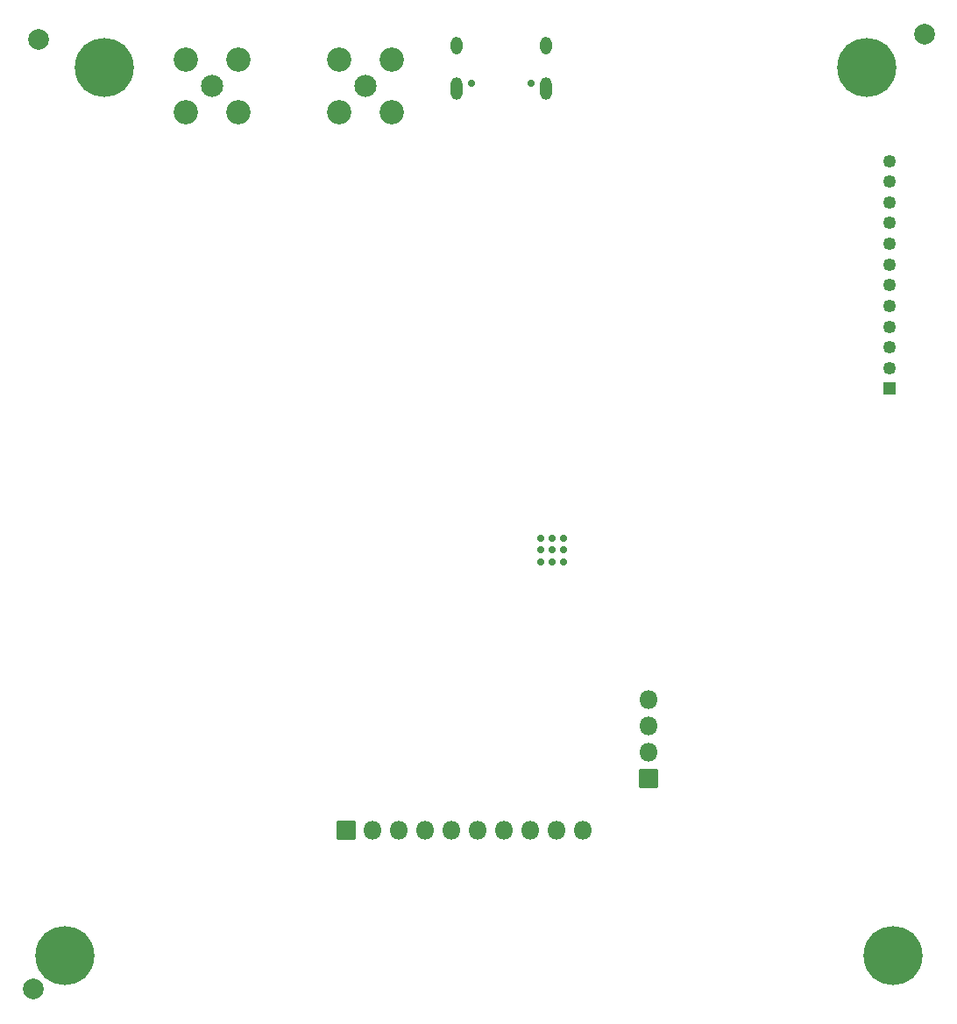
<source format=gbs>
%TF.GenerationSoftware,KiCad,Pcbnew,8.0.8*%
%TF.CreationDate,2025-03-29T21:42:45-04:00*%
%TF.ProjectId,ADCS_board,41444353-5f62-46f6-9172-642e6b696361,v1.2*%
%TF.SameCoordinates,Original*%
%TF.FileFunction,Soldermask,Bot*%
%TF.FilePolarity,Negative*%
%FSLAX46Y46*%
G04 Gerber Fmt 4.6, Leading zero omitted, Abs format (unit mm)*
G04 Created by KiCad (PCBNEW 8.0.8) date 2025-03-29 21:42:45*
%MOMM*%
%LPD*%
G01*
G04 APERTURE LIST*
G04 Aperture macros list*
%AMRoundRect*
0 Rectangle with rounded corners*
0 $1 Rounding radius*
0 $2 $3 $4 $5 $6 $7 $8 $9 X,Y pos of 4 corners*
0 Add a 4 corners polygon primitive as box body*
4,1,4,$2,$3,$4,$5,$6,$7,$8,$9,$2,$3,0*
0 Add four circle primitives for the rounded corners*
1,1,$1+$1,$2,$3*
1,1,$1+$1,$4,$5*
1,1,$1+$1,$6,$7*
1,1,$1+$1,$8,$9*
0 Add four rect primitives between the rounded corners*
20,1,$1+$1,$2,$3,$4,$5,0*
20,1,$1+$1,$4,$5,$6,$7,0*
20,1,$1+$1,$6,$7,$8,$9,0*
20,1,$1+$1,$8,$9,$2,$3,0*%
G04 Aperture macros list end*
%ADD10C,5.701600*%
%ADD11C,0.701600*%
%ADD12O,1.101600X2.201600*%
%ADD13O,1.101600X1.701600*%
%ADD14RoundRect,0.050800X0.850000X0.850000X-0.850000X0.850000X-0.850000X-0.850000X0.850000X-0.850000X0*%
%ADD15O,1.801600X1.801600*%
%ADD16RoundRect,0.050800X0.850000X-0.850000X0.850000X0.850000X-0.850000X0.850000X-0.850000X-0.850000X0*%
%ADD17C,2.000000*%
%ADD18C,2.151600*%
%ADD19C,2.351600*%
%ADD20RoundRect,0.050800X-0.575000X0.575000X-0.575000X-0.575000X0.575000X-0.575000X0.575000X0.575000X0*%
%ADD21C,1.251600*%
G04 APERTURE END LIST*
D10*
X107236100Y-57564100D03*
X103426100Y-143294100D03*
X183426100Y-143294100D03*
X180896100Y-57564100D03*
D11*
X148437000Y-59053000D03*
X142667000Y-59053000D03*
D12*
X149872000Y-59553000D03*
D13*
X149872000Y-55413000D03*
D12*
X141232000Y-59553000D03*
D13*
X141232000Y-55413000D03*
D11*
X149326667Y-103010000D03*
X149326667Y-104143333D03*
X149326667Y-105276666D03*
X150460000Y-103010000D03*
X150460000Y-104143333D03*
X150460000Y-105276666D03*
X151593333Y-103010000D03*
X151593333Y-104143333D03*
X151593333Y-105276666D03*
D14*
X159800000Y-126220000D03*
D15*
X159800000Y-123680000D03*
X159800000Y-121140000D03*
X159800000Y-118600000D03*
D16*
X130560000Y-131200000D03*
D15*
X133100000Y-131200000D03*
X135640000Y-131200000D03*
X138180000Y-131200000D03*
X140720000Y-131200000D03*
X143260000Y-131200000D03*
X145800000Y-131200000D03*
X148340000Y-131200000D03*
X150880000Y-131200000D03*
X153420000Y-131200000D03*
D17*
X186436000Y-54356000D03*
X100838000Y-54864000D03*
D18*
X132450000Y-59350000D03*
D19*
X129910000Y-56810000D03*
X129910000Y-61890000D03*
X134990000Y-56810000D03*
X134990000Y-61890000D03*
D17*
X100330000Y-146558000D03*
D20*
X183050000Y-88569999D03*
D21*
X183050000Y-86569998D03*
X183050000Y-84569999D03*
X183050000Y-82569998D03*
X183050000Y-80570000D03*
X183050000Y-78569999D03*
X183050000Y-76570000D03*
X183050000Y-74569999D03*
X183050000Y-72569998D03*
X183050000Y-70569999D03*
X183050000Y-68569999D03*
X183050000Y-66569999D03*
D18*
X117650000Y-59350000D03*
D19*
X120190000Y-56810000D03*
X115110000Y-56810000D03*
X120190000Y-61890000D03*
X115110000Y-61890000D03*
M02*

</source>
